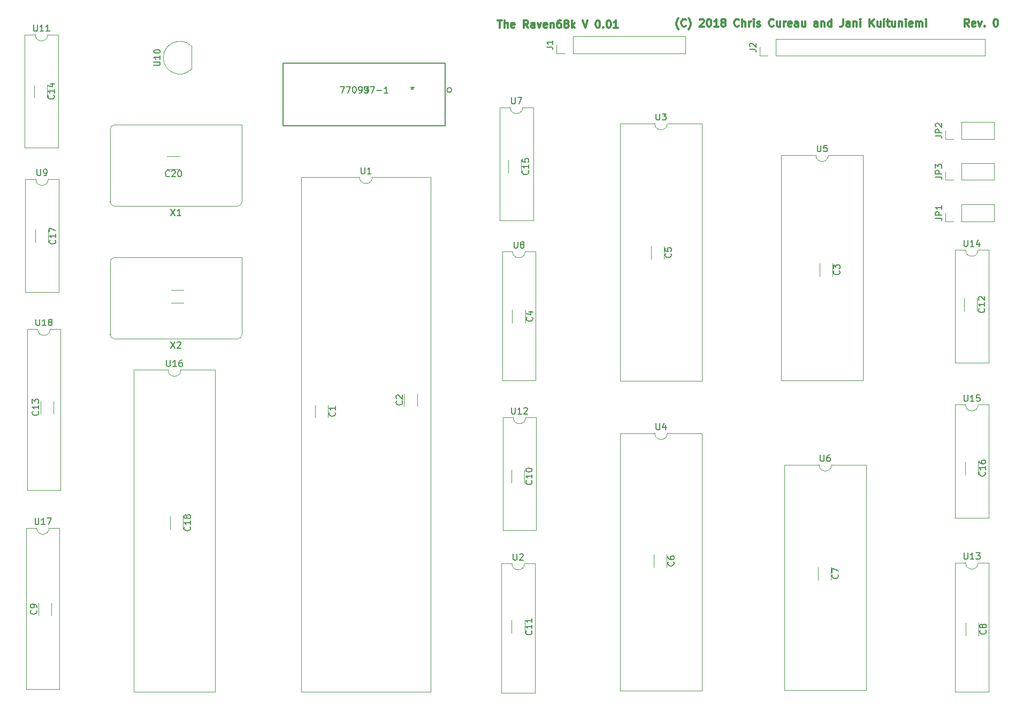
<source format=gbr>
G04 #@! TF.GenerationSoftware,KiCad,Pcbnew,5.0.1-33cea8e~68~ubuntu18.04.1*
G04 #@! TF.CreationDate,2018-11-05T06:29:50-06:00*
G04 #@! TF.ProjectId,raven-prototypes,726176656E2D70726F746F7479706573,rev?*
G04 #@! TF.SameCoordinates,Original*
G04 #@! TF.FileFunction,Legend,Top*
G04 #@! TF.FilePolarity,Positive*
%FSLAX46Y46*%
G04 Gerber Fmt 4.6, Leading zero omitted, Abs format (unit mm)*
G04 Created by KiCad (PCBNEW 5.0.1-33cea8e~68~ubuntu18.04.1) date Mon 05 Nov 2018 06:29:50 AM CST*
%MOMM*%
%LPD*%
G01*
G04 APERTURE LIST*
%ADD10C,0.300000*%
%ADD11C,0.120000*%
%ADD12C,0.152400*%
%ADD13C,0.150000*%
G04 APERTURE END LIST*
D10*
X219370514Y-35335777D02*
X218970514Y-34764348D01*
X218684800Y-35335777D02*
X218684800Y-34135777D01*
X219141942Y-34135777D01*
X219256228Y-34192920D01*
X219313371Y-34250062D01*
X219370514Y-34364348D01*
X219370514Y-34535777D01*
X219313371Y-34650062D01*
X219256228Y-34707205D01*
X219141942Y-34764348D01*
X218684800Y-34764348D01*
X220341942Y-35278634D02*
X220227657Y-35335777D01*
X219999085Y-35335777D01*
X219884800Y-35278634D01*
X219827657Y-35164348D01*
X219827657Y-34707205D01*
X219884800Y-34592920D01*
X219999085Y-34535777D01*
X220227657Y-34535777D01*
X220341942Y-34592920D01*
X220399085Y-34707205D01*
X220399085Y-34821491D01*
X219827657Y-34935777D01*
X220799085Y-34535777D02*
X221084800Y-35335777D01*
X221370514Y-34535777D01*
X221827657Y-35221491D02*
X221884800Y-35278634D01*
X221827657Y-35335777D01*
X221770514Y-35278634D01*
X221827657Y-35221491D01*
X221827657Y-35335777D01*
X223541942Y-34135777D02*
X223656228Y-34135777D01*
X223770514Y-34192920D01*
X223827657Y-34250062D01*
X223884800Y-34364348D01*
X223941942Y-34592920D01*
X223941942Y-34878634D01*
X223884800Y-35107205D01*
X223827657Y-35221491D01*
X223770514Y-35278634D01*
X223656228Y-35335777D01*
X223541942Y-35335777D01*
X223427657Y-35278634D01*
X223370514Y-35221491D01*
X223313371Y-35107205D01*
X223256228Y-34878634D01*
X223256228Y-34592920D01*
X223313371Y-34364348D01*
X223370514Y-34250062D01*
X223427657Y-34192920D01*
X223541942Y-34135777D01*
X173419020Y-35792920D02*
X173361877Y-35735777D01*
X173247591Y-35564348D01*
X173190448Y-35450062D01*
X173133305Y-35278634D01*
X173076162Y-34992920D01*
X173076162Y-34764348D01*
X173133305Y-34478634D01*
X173190448Y-34307205D01*
X173247591Y-34192920D01*
X173361877Y-34021491D01*
X173419020Y-33964348D01*
X174561877Y-35221491D02*
X174504734Y-35278634D01*
X174333305Y-35335777D01*
X174219020Y-35335777D01*
X174047591Y-35278634D01*
X173933305Y-35164348D01*
X173876162Y-35050062D01*
X173819020Y-34821491D01*
X173819020Y-34650062D01*
X173876162Y-34421491D01*
X173933305Y-34307205D01*
X174047591Y-34192920D01*
X174219020Y-34135777D01*
X174333305Y-34135777D01*
X174504734Y-34192920D01*
X174561877Y-34250062D01*
X174961877Y-35792920D02*
X175019020Y-35735777D01*
X175133305Y-35564348D01*
X175190448Y-35450062D01*
X175247591Y-35278634D01*
X175304734Y-34992920D01*
X175304734Y-34764348D01*
X175247591Y-34478634D01*
X175190448Y-34307205D01*
X175133305Y-34192920D01*
X175019020Y-34021491D01*
X174961877Y-33964348D01*
X176733305Y-34250062D02*
X176790448Y-34192920D01*
X176904734Y-34135777D01*
X177190448Y-34135777D01*
X177304734Y-34192920D01*
X177361877Y-34250062D01*
X177419020Y-34364348D01*
X177419020Y-34478634D01*
X177361877Y-34650062D01*
X176676162Y-35335777D01*
X177419020Y-35335777D01*
X178161877Y-34135777D02*
X178276162Y-34135777D01*
X178390448Y-34192920D01*
X178447591Y-34250062D01*
X178504734Y-34364348D01*
X178561877Y-34592920D01*
X178561877Y-34878634D01*
X178504734Y-35107205D01*
X178447591Y-35221491D01*
X178390448Y-35278634D01*
X178276162Y-35335777D01*
X178161877Y-35335777D01*
X178047591Y-35278634D01*
X177990448Y-35221491D01*
X177933305Y-35107205D01*
X177876162Y-34878634D01*
X177876162Y-34592920D01*
X177933305Y-34364348D01*
X177990448Y-34250062D01*
X178047591Y-34192920D01*
X178161877Y-34135777D01*
X179704734Y-35335777D02*
X179019020Y-35335777D01*
X179361877Y-35335777D02*
X179361877Y-34135777D01*
X179247591Y-34307205D01*
X179133305Y-34421491D01*
X179019020Y-34478634D01*
X180390448Y-34650062D02*
X180276162Y-34592920D01*
X180219020Y-34535777D01*
X180161877Y-34421491D01*
X180161877Y-34364348D01*
X180219020Y-34250062D01*
X180276162Y-34192920D01*
X180390448Y-34135777D01*
X180619020Y-34135777D01*
X180733305Y-34192920D01*
X180790448Y-34250062D01*
X180847591Y-34364348D01*
X180847591Y-34421491D01*
X180790448Y-34535777D01*
X180733305Y-34592920D01*
X180619020Y-34650062D01*
X180390448Y-34650062D01*
X180276162Y-34707205D01*
X180219020Y-34764348D01*
X180161877Y-34878634D01*
X180161877Y-35107205D01*
X180219020Y-35221491D01*
X180276162Y-35278634D01*
X180390448Y-35335777D01*
X180619020Y-35335777D01*
X180733305Y-35278634D01*
X180790448Y-35221491D01*
X180847591Y-35107205D01*
X180847591Y-34878634D01*
X180790448Y-34764348D01*
X180733305Y-34707205D01*
X180619020Y-34650062D01*
X182961877Y-35221491D02*
X182904734Y-35278634D01*
X182733305Y-35335777D01*
X182619020Y-35335777D01*
X182447591Y-35278634D01*
X182333305Y-35164348D01*
X182276162Y-35050062D01*
X182219020Y-34821491D01*
X182219020Y-34650062D01*
X182276162Y-34421491D01*
X182333305Y-34307205D01*
X182447591Y-34192920D01*
X182619020Y-34135777D01*
X182733305Y-34135777D01*
X182904734Y-34192920D01*
X182961877Y-34250062D01*
X183476162Y-35335777D02*
X183476162Y-34135777D01*
X183990448Y-35335777D02*
X183990448Y-34707205D01*
X183933305Y-34592920D01*
X183819020Y-34535777D01*
X183647591Y-34535777D01*
X183533305Y-34592920D01*
X183476162Y-34650062D01*
X184561877Y-35335777D02*
X184561877Y-34535777D01*
X184561877Y-34764348D02*
X184619020Y-34650062D01*
X184676162Y-34592920D01*
X184790448Y-34535777D01*
X184904734Y-34535777D01*
X185304734Y-35335777D02*
X185304734Y-34535777D01*
X185304734Y-34135777D02*
X185247591Y-34192920D01*
X185304734Y-34250062D01*
X185361877Y-34192920D01*
X185304734Y-34135777D01*
X185304734Y-34250062D01*
X185819020Y-35278634D02*
X185933305Y-35335777D01*
X186161877Y-35335777D01*
X186276162Y-35278634D01*
X186333305Y-35164348D01*
X186333305Y-35107205D01*
X186276162Y-34992920D01*
X186161877Y-34935777D01*
X185990448Y-34935777D01*
X185876162Y-34878634D01*
X185819020Y-34764348D01*
X185819020Y-34707205D01*
X185876162Y-34592920D01*
X185990448Y-34535777D01*
X186161877Y-34535777D01*
X186276162Y-34592920D01*
X188447591Y-35221491D02*
X188390448Y-35278634D01*
X188219020Y-35335777D01*
X188104734Y-35335777D01*
X187933305Y-35278634D01*
X187819020Y-35164348D01*
X187761877Y-35050062D01*
X187704734Y-34821491D01*
X187704734Y-34650062D01*
X187761877Y-34421491D01*
X187819020Y-34307205D01*
X187933305Y-34192920D01*
X188104734Y-34135777D01*
X188219020Y-34135777D01*
X188390448Y-34192920D01*
X188447591Y-34250062D01*
X189476162Y-34535777D02*
X189476162Y-35335777D01*
X188961877Y-34535777D02*
X188961877Y-35164348D01*
X189019020Y-35278634D01*
X189133305Y-35335777D01*
X189304734Y-35335777D01*
X189419020Y-35278634D01*
X189476162Y-35221491D01*
X190047591Y-35335777D02*
X190047591Y-34535777D01*
X190047591Y-34764348D02*
X190104734Y-34650062D01*
X190161877Y-34592920D01*
X190276162Y-34535777D01*
X190390448Y-34535777D01*
X191247591Y-35278634D02*
X191133305Y-35335777D01*
X190904734Y-35335777D01*
X190790448Y-35278634D01*
X190733305Y-35164348D01*
X190733305Y-34707205D01*
X190790448Y-34592920D01*
X190904734Y-34535777D01*
X191133305Y-34535777D01*
X191247591Y-34592920D01*
X191304734Y-34707205D01*
X191304734Y-34821491D01*
X190733305Y-34935777D01*
X192333305Y-35335777D02*
X192333305Y-34707205D01*
X192276162Y-34592920D01*
X192161877Y-34535777D01*
X191933305Y-34535777D01*
X191819020Y-34592920D01*
X192333305Y-35278634D02*
X192219020Y-35335777D01*
X191933305Y-35335777D01*
X191819020Y-35278634D01*
X191761877Y-35164348D01*
X191761877Y-35050062D01*
X191819020Y-34935777D01*
X191933305Y-34878634D01*
X192219020Y-34878634D01*
X192333305Y-34821491D01*
X193419020Y-34535777D02*
X193419020Y-35335777D01*
X192904734Y-34535777D02*
X192904734Y-35164348D01*
X192961877Y-35278634D01*
X193076162Y-35335777D01*
X193247591Y-35335777D01*
X193361877Y-35278634D01*
X193419020Y-35221491D01*
X195419020Y-35335777D02*
X195419020Y-34707205D01*
X195361877Y-34592920D01*
X195247591Y-34535777D01*
X195019020Y-34535777D01*
X194904734Y-34592920D01*
X195419020Y-35278634D02*
X195304734Y-35335777D01*
X195019020Y-35335777D01*
X194904734Y-35278634D01*
X194847591Y-35164348D01*
X194847591Y-35050062D01*
X194904734Y-34935777D01*
X195019020Y-34878634D01*
X195304734Y-34878634D01*
X195419020Y-34821491D01*
X195990448Y-34535777D02*
X195990448Y-35335777D01*
X195990448Y-34650062D02*
X196047591Y-34592920D01*
X196161877Y-34535777D01*
X196333305Y-34535777D01*
X196447591Y-34592920D01*
X196504734Y-34707205D01*
X196504734Y-35335777D01*
X197590448Y-35335777D02*
X197590448Y-34135777D01*
X197590448Y-35278634D02*
X197476162Y-35335777D01*
X197247591Y-35335777D01*
X197133305Y-35278634D01*
X197076162Y-35221491D01*
X197019020Y-35107205D01*
X197019020Y-34764348D01*
X197076162Y-34650062D01*
X197133305Y-34592920D01*
X197247591Y-34535777D01*
X197476162Y-34535777D01*
X197590448Y-34592920D01*
X199419020Y-34135777D02*
X199419020Y-34992920D01*
X199361877Y-35164348D01*
X199247591Y-35278634D01*
X199076162Y-35335777D01*
X198961877Y-35335777D01*
X200504734Y-35335777D02*
X200504734Y-34707205D01*
X200447591Y-34592920D01*
X200333305Y-34535777D01*
X200104734Y-34535777D01*
X199990448Y-34592920D01*
X200504734Y-35278634D02*
X200390448Y-35335777D01*
X200104734Y-35335777D01*
X199990448Y-35278634D01*
X199933305Y-35164348D01*
X199933305Y-35050062D01*
X199990448Y-34935777D01*
X200104734Y-34878634D01*
X200390448Y-34878634D01*
X200504734Y-34821491D01*
X201076162Y-34535777D02*
X201076162Y-35335777D01*
X201076162Y-34650062D02*
X201133305Y-34592920D01*
X201247591Y-34535777D01*
X201419020Y-34535777D01*
X201533305Y-34592920D01*
X201590448Y-34707205D01*
X201590448Y-35335777D01*
X202161877Y-35335777D02*
X202161877Y-34535777D01*
X202161877Y-34135777D02*
X202104734Y-34192920D01*
X202161877Y-34250062D01*
X202219020Y-34192920D01*
X202161877Y-34135777D01*
X202161877Y-34250062D01*
X203647591Y-35335777D02*
X203647591Y-34135777D01*
X204333305Y-35335777D02*
X203819020Y-34650062D01*
X204333305Y-34135777D02*
X203647591Y-34821491D01*
X205361877Y-34535777D02*
X205361877Y-35335777D01*
X204847591Y-34535777D02*
X204847591Y-35164348D01*
X204904734Y-35278634D01*
X205019020Y-35335777D01*
X205190448Y-35335777D01*
X205304734Y-35278634D01*
X205361877Y-35221491D01*
X205933305Y-35335777D02*
X205933305Y-34535777D01*
X205933305Y-34135777D02*
X205876162Y-34192920D01*
X205933305Y-34250062D01*
X205990448Y-34192920D01*
X205933305Y-34135777D01*
X205933305Y-34250062D01*
X206333305Y-34535777D02*
X206790448Y-34535777D01*
X206504734Y-34135777D02*
X206504734Y-35164348D01*
X206561877Y-35278634D01*
X206676162Y-35335777D01*
X206790448Y-35335777D01*
X207704734Y-34535777D02*
X207704734Y-35335777D01*
X207190448Y-34535777D02*
X207190448Y-35164348D01*
X207247591Y-35278634D01*
X207361877Y-35335777D01*
X207533305Y-35335777D01*
X207647591Y-35278634D01*
X207704734Y-35221491D01*
X208276162Y-34535777D02*
X208276162Y-35335777D01*
X208276162Y-34650062D02*
X208333305Y-34592920D01*
X208447591Y-34535777D01*
X208619020Y-34535777D01*
X208733305Y-34592920D01*
X208790448Y-34707205D01*
X208790448Y-35335777D01*
X209361877Y-35335777D02*
X209361877Y-34535777D01*
X209361877Y-34135777D02*
X209304734Y-34192920D01*
X209361877Y-34250062D01*
X209419020Y-34192920D01*
X209361877Y-34135777D01*
X209361877Y-34250062D01*
X210390448Y-35278634D02*
X210276162Y-35335777D01*
X210047591Y-35335777D01*
X209933305Y-35278634D01*
X209876162Y-35164348D01*
X209876162Y-34707205D01*
X209933305Y-34592920D01*
X210047591Y-34535777D01*
X210276162Y-34535777D01*
X210390448Y-34592920D01*
X210447591Y-34707205D01*
X210447591Y-34821491D01*
X209876162Y-34935777D01*
X210961877Y-35335777D02*
X210961877Y-34535777D01*
X210961877Y-34650062D02*
X211019020Y-34592920D01*
X211133305Y-34535777D01*
X211304734Y-34535777D01*
X211419020Y-34592920D01*
X211476162Y-34707205D01*
X211476162Y-35335777D01*
X211476162Y-34707205D02*
X211533305Y-34592920D01*
X211647591Y-34535777D01*
X211819020Y-34535777D01*
X211933305Y-34592920D01*
X211990448Y-34707205D01*
X211990448Y-35335777D01*
X212561877Y-35335777D02*
X212561877Y-34535777D01*
X212561877Y-34135777D02*
X212504734Y-34192920D01*
X212561877Y-34250062D01*
X212619020Y-34192920D01*
X212561877Y-34135777D01*
X212561877Y-34250062D01*
X144797071Y-34338977D02*
X145482785Y-34338977D01*
X145139928Y-35538977D02*
X145139928Y-34338977D01*
X145882785Y-35538977D02*
X145882785Y-34338977D01*
X146397071Y-35538977D02*
X146397071Y-34910405D01*
X146339928Y-34796120D01*
X146225642Y-34738977D01*
X146054214Y-34738977D01*
X145939928Y-34796120D01*
X145882785Y-34853262D01*
X147425642Y-35481834D02*
X147311357Y-35538977D01*
X147082785Y-35538977D01*
X146968500Y-35481834D01*
X146911357Y-35367548D01*
X146911357Y-34910405D01*
X146968500Y-34796120D01*
X147082785Y-34738977D01*
X147311357Y-34738977D01*
X147425642Y-34796120D01*
X147482785Y-34910405D01*
X147482785Y-35024691D01*
X146911357Y-35138977D01*
X149597071Y-35538977D02*
X149197071Y-34967548D01*
X148911357Y-35538977D02*
X148911357Y-34338977D01*
X149368500Y-34338977D01*
X149482785Y-34396120D01*
X149539928Y-34453262D01*
X149597071Y-34567548D01*
X149597071Y-34738977D01*
X149539928Y-34853262D01*
X149482785Y-34910405D01*
X149368500Y-34967548D01*
X148911357Y-34967548D01*
X150625642Y-35538977D02*
X150625642Y-34910405D01*
X150568500Y-34796120D01*
X150454214Y-34738977D01*
X150225642Y-34738977D01*
X150111357Y-34796120D01*
X150625642Y-35481834D02*
X150511357Y-35538977D01*
X150225642Y-35538977D01*
X150111357Y-35481834D01*
X150054214Y-35367548D01*
X150054214Y-35253262D01*
X150111357Y-35138977D01*
X150225642Y-35081834D01*
X150511357Y-35081834D01*
X150625642Y-35024691D01*
X151082785Y-34738977D02*
X151368500Y-35538977D01*
X151654214Y-34738977D01*
X152568500Y-35481834D02*
X152454214Y-35538977D01*
X152225642Y-35538977D01*
X152111357Y-35481834D01*
X152054214Y-35367548D01*
X152054214Y-34910405D01*
X152111357Y-34796120D01*
X152225642Y-34738977D01*
X152454214Y-34738977D01*
X152568500Y-34796120D01*
X152625642Y-34910405D01*
X152625642Y-35024691D01*
X152054214Y-35138977D01*
X153139928Y-34738977D02*
X153139928Y-35538977D01*
X153139928Y-34853262D02*
X153197071Y-34796120D01*
X153311357Y-34738977D01*
X153482785Y-34738977D01*
X153597071Y-34796120D01*
X153654214Y-34910405D01*
X153654214Y-35538977D01*
X154739928Y-34338977D02*
X154511357Y-34338977D01*
X154397071Y-34396120D01*
X154339928Y-34453262D01*
X154225642Y-34624691D01*
X154168500Y-34853262D01*
X154168500Y-35310405D01*
X154225642Y-35424691D01*
X154282785Y-35481834D01*
X154397071Y-35538977D01*
X154625642Y-35538977D01*
X154739928Y-35481834D01*
X154797071Y-35424691D01*
X154854214Y-35310405D01*
X154854214Y-35024691D01*
X154797071Y-34910405D01*
X154739928Y-34853262D01*
X154625642Y-34796120D01*
X154397071Y-34796120D01*
X154282785Y-34853262D01*
X154225642Y-34910405D01*
X154168500Y-35024691D01*
X155539928Y-34853262D02*
X155425642Y-34796120D01*
X155368500Y-34738977D01*
X155311357Y-34624691D01*
X155311357Y-34567548D01*
X155368500Y-34453262D01*
X155425642Y-34396120D01*
X155539928Y-34338977D01*
X155768500Y-34338977D01*
X155882785Y-34396120D01*
X155939928Y-34453262D01*
X155997071Y-34567548D01*
X155997071Y-34624691D01*
X155939928Y-34738977D01*
X155882785Y-34796120D01*
X155768500Y-34853262D01*
X155539928Y-34853262D01*
X155425642Y-34910405D01*
X155368500Y-34967548D01*
X155311357Y-35081834D01*
X155311357Y-35310405D01*
X155368500Y-35424691D01*
X155425642Y-35481834D01*
X155539928Y-35538977D01*
X155768500Y-35538977D01*
X155882785Y-35481834D01*
X155939928Y-35424691D01*
X155997071Y-35310405D01*
X155997071Y-35081834D01*
X155939928Y-34967548D01*
X155882785Y-34910405D01*
X155768500Y-34853262D01*
X156511357Y-35538977D02*
X156511357Y-34338977D01*
X156625642Y-35081834D02*
X156968500Y-35538977D01*
X156968500Y-34738977D02*
X156511357Y-35196120D01*
X158225642Y-34338977D02*
X158625642Y-35538977D01*
X159025642Y-34338977D01*
X160568500Y-34338977D02*
X160682785Y-34338977D01*
X160797071Y-34396120D01*
X160854214Y-34453262D01*
X160911357Y-34567548D01*
X160968500Y-34796120D01*
X160968500Y-35081834D01*
X160911357Y-35310405D01*
X160854214Y-35424691D01*
X160797071Y-35481834D01*
X160682785Y-35538977D01*
X160568500Y-35538977D01*
X160454214Y-35481834D01*
X160397071Y-35424691D01*
X160339928Y-35310405D01*
X160282785Y-35081834D01*
X160282785Y-34796120D01*
X160339928Y-34567548D01*
X160397071Y-34453262D01*
X160454214Y-34396120D01*
X160568500Y-34338977D01*
X161482785Y-35424691D02*
X161539928Y-35481834D01*
X161482785Y-35538977D01*
X161425642Y-35481834D01*
X161482785Y-35424691D01*
X161482785Y-35538977D01*
X162282785Y-34338977D02*
X162397071Y-34338977D01*
X162511357Y-34396120D01*
X162568500Y-34453262D01*
X162625642Y-34567548D01*
X162682785Y-34796120D01*
X162682785Y-35081834D01*
X162625642Y-35310405D01*
X162568500Y-35424691D01*
X162511357Y-35481834D01*
X162397071Y-35538977D01*
X162282785Y-35538977D01*
X162168500Y-35481834D01*
X162111357Y-35424691D01*
X162054214Y-35310405D01*
X161997071Y-35081834D01*
X161997071Y-34796120D01*
X162054214Y-34567548D01*
X162111357Y-34453262D01*
X162168500Y-34396120D01*
X162282785Y-34338977D01*
X163825642Y-35538977D02*
X163139928Y-35538977D01*
X163482785Y-35538977D02*
X163482785Y-34338977D01*
X163368500Y-34510405D01*
X163254214Y-34624691D01*
X163139928Y-34681834D01*
D11*
G04 #@! TO.C,U3*
X171620000Y-50670000D02*
G75*
G02X169620000Y-50670000I-1000000J0D01*
G01*
X169620000Y-50670000D02*
X164160000Y-50670000D01*
X164160000Y-50670000D02*
X164160000Y-91430000D01*
X164160000Y-91430000D02*
X177080000Y-91430000D01*
X177080000Y-91430000D02*
X177080000Y-50670000D01*
X177080000Y-50670000D02*
X171620000Y-50670000D01*
G04 #@! TO.C,C11*
X149041000Y-131294000D02*
X149041000Y-129294000D01*
X147001000Y-129294000D02*
X147001000Y-131294000D01*
G04 #@! TO.C,U2*
X149018000Y-120303000D02*
G75*
G02X147018000Y-120303000I-1000000J0D01*
G01*
X147018000Y-120303000D02*
X145368000Y-120303000D01*
X145368000Y-120303000D02*
X145368000Y-140743000D01*
X145368000Y-140743000D02*
X150668000Y-140743000D01*
X150668000Y-140743000D02*
X150668000Y-120303000D01*
X150668000Y-120303000D02*
X149018000Y-120303000D01*
G04 #@! TO.C,C2*
X129983000Y-93414300D02*
X129983000Y-95414300D01*
X132023000Y-95414300D02*
X132023000Y-93414300D01*
G04 #@! TO.C,C1*
X117911000Y-97205000D02*
X117911000Y-95205000D01*
X115871000Y-95205000D02*
X115871000Y-97205000D01*
G04 #@! TO.C,C3*
X197733000Y-74812400D02*
X197733000Y-72812400D01*
X195693000Y-72812400D02*
X195693000Y-74812400D01*
G04 #@! TO.C,C4*
X149130000Y-82153000D02*
X149130000Y-80153000D01*
X147090000Y-80153000D02*
X147090000Y-82153000D01*
G04 #@! TO.C,C5*
X171083000Y-72099700D02*
X171083000Y-70099700D01*
X169043000Y-70099700D02*
X169043000Y-72099700D01*
G04 #@! TO.C,C6*
X171510000Y-120880000D02*
X171510000Y-118880000D01*
X169470000Y-118880000D02*
X169470000Y-120880000D01*
G04 #@! TO.C,C7*
X197494000Y-122879000D02*
X197494000Y-120879000D01*
X195454000Y-120879000D02*
X195454000Y-122879000D01*
G04 #@! TO.C,C8*
X220890000Y-131695000D02*
X220890000Y-129695000D01*
X218850000Y-129695000D02*
X218850000Y-131695000D01*
G04 #@! TO.C,C9*
X72119300Y-126526000D02*
X72119300Y-128526000D01*
X74159300Y-128526000D02*
X74159300Y-126526000D01*
G04 #@! TO.C,C10*
X149031000Y-107495000D02*
X149031000Y-105495000D01*
X146991000Y-105495000D02*
X146991000Y-107495000D01*
G04 #@! TO.C,C12*
X220661000Y-80298800D02*
X220661000Y-78298800D01*
X218621000Y-78298800D02*
X218621000Y-80298800D01*
G04 #@! TO.C,C13*
X72421600Y-94585300D02*
X72421600Y-96585300D01*
X74461600Y-96585300D02*
X74461600Y-94585300D01*
G04 #@! TO.C,C14*
X73443300Y-46559400D02*
X73443300Y-44559400D01*
X71403300Y-44559400D02*
X71403300Y-46559400D01*
G04 #@! TO.C,C15*
X148501000Y-58474800D02*
X148501000Y-56474800D01*
X146461000Y-56474800D02*
X146461000Y-58474800D01*
G04 #@! TO.C,C16*
X220773000Y-106184000D02*
X220773000Y-104184000D01*
X218733000Y-104184000D02*
X218733000Y-106184000D01*
G04 #@! TO.C,C17*
X73664000Y-69465700D02*
X73664000Y-67465700D01*
X71624000Y-67465700D02*
X71624000Y-69465700D01*
G04 #@! TO.C,C18*
X94989800Y-114840000D02*
X94989800Y-112840000D01*
X92949800Y-112840000D02*
X92949800Y-114840000D01*
G04 #@! TO.C,C19*
X93076500Y-79046300D02*
X95076500Y-79046300D01*
X95076500Y-77006300D02*
X93076500Y-77006300D01*
G04 #@! TO.C,C20*
X92469500Y-57903300D02*
X94469500Y-57903300D01*
X94469500Y-55863300D02*
X92469500Y-55863300D01*
G04 #@! TO.C,U11*
X73589200Y-36600300D02*
G75*
G02X71589200Y-36600300I-1000000J0D01*
G01*
X71589200Y-36600300D02*
X69939200Y-36600300D01*
X69939200Y-36600300D02*
X69939200Y-54500300D01*
X69939200Y-54500300D02*
X75239200Y-54500300D01*
X75239200Y-54500300D02*
X75239200Y-36600300D01*
X75239200Y-36600300D02*
X73589200Y-36600300D01*
G04 #@! TO.C,U10*
X96317700Y-42048800D02*
X96317700Y-38448800D01*
X96306178Y-42087278D02*
G75*
G02X91867700Y-40248800I-1838478J1838478D01*
G01*
X96306178Y-38410322D02*
G75*
G03X91867700Y-40248800I-1838478J-1838478D01*
G01*
G04 #@! TO.C,J1*
X174507000Y-39559500D02*
X174507000Y-36899500D01*
X156667000Y-39559500D02*
X174507000Y-39559500D01*
X156667000Y-36899500D02*
X174507000Y-36899500D01*
X156667000Y-39559500D02*
X156667000Y-36899500D01*
X155397000Y-39559500D02*
X154067000Y-39559500D01*
X154067000Y-39559500D02*
X154067000Y-38229500D01*
G04 #@! TO.C,J2*
X221896000Y-39945600D02*
X221896000Y-37285600D01*
X188816000Y-39945600D02*
X221896000Y-39945600D01*
X188816000Y-37285600D02*
X221896000Y-37285600D01*
X188816000Y-39945600D02*
X188816000Y-37285600D01*
X187546000Y-39945600D02*
X186216000Y-39945600D01*
X186216000Y-39945600D02*
X186216000Y-38615600D01*
D12*
G04 #@! TO.C,J3*
X137503000Y-45366900D02*
G75*
G03X137503000Y-45366900I-381000J0D01*
G01*
X110833000Y-41112400D02*
X110833000Y-51018400D01*
X136487000Y-41112400D02*
X110833000Y-41112400D01*
X136487000Y-51018400D02*
X136487000Y-41112400D01*
X110833000Y-51018400D02*
X136487000Y-51018400D01*
D11*
G04 #@! TO.C,JP1*
X215608000Y-66147700D02*
X215608000Y-64817700D01*
X216938000Y-66147700D02*
X215608000Y-66147700D01*
X218208000Y-66147700D02*
X218208000Y-63487700D01*
X218208000Y-63487700D02*
X223348000Y-63487700D01*
X218208000Y-66147700D02*
X223348000Y-66147700D01*
X223348000Y-66147700D02*
X223348000Y-63487700D01*
G04 #@! TO.C,JP2*
X215608000Y-53114400D02*
X215608000Y-51784400D01*
X216938000Y-53114400D02*
X215608000Y-53114400D01*
X218208000Y-53114400D02*
X218208000Y-50454400D01*
X218208000Y-50454400D02*
X223348000Y-50454400D01*
X218208000Y-53114400D02*
X223348000Y-53114400D01*
X223348000Y-53114400D02*
X223348000Y-50454400D01*
G04 #@! TO.C,JP3*
X223348000Y-59614400D02*
X223348000Y-56954400D01*
X218208000Y-59614400D02*
X223348000Y-59614400D01*
X218208000Y-56954400D02*
X223348000Y-56954400D01*
X218208000Y-59614400D02*
X218208000Y-56954400D01*
X216938000Y-59614400D02*
X215608000Y-59614400D01*
X215608000Y-59614400D02*
X215608000Y-58284400D01*
G04 #@! TO.C,U1*
X124930000Y-59170000D02*
G75*
G02X122930000Y-59170000I-1000000J0D01*
G01*
X122930000Y-59170000D02*
X113660000Y-59170000D01*
X113660000Y-59170000D02*
X113660000Y-140570000D01*
X113660000Y-140570000D02*
X134200000Y-140570000D01*
X134200000Y-140570000D02*
X134200000Y-59170000D01*
X134200000Y-59170000D02*
X124930000Y-59170000D01*
G04 #@! TO.C,U4*
X177080000Y-99670000D02*
X171620000Y-99670000D01*
X177080000Y-140430000D02*
X177080000Y-99670000D01*
X164160000Y-140430000D02*
X177080000Y-140430000D01*
X164160000Y-99670000D02*
X164160000Y-140430000D01*
X169620000Y-99670000D02*
X164160000Y-99670000D01*
X171620000Y-99670000D02*
G75*
G02X169620000Y-99670000I-1000000J0D01*
G01*
G04 #@! TO.C,U5*
X197120000Y-55670000D02*
G75*
G02X195120000Y-55670000I-1000000J0D01*
G01*
X195120000Y-55670000D02*
X189660000Y-55670000D01*
X189660000Y-55670000D02*
X189660000Y-91350000D01*
X189660000Y-91350000D02*
X202580000Y-91350000D01*
X202580000Y-91350000D02*
X202580000Y-55670000D01*
X202580000Y-55670000D02*
X197120000Y-55670000D01*
G04 #@! TO.C,U6*
X203080000Y-104670000D02*
X197620000Y-104670000D01*
X203080000Y-140350000D02*
X203080000Y-104670000D01*
X190160000Y-140350000D02*
X203080000Y-140350000D01*
X190160000Y-104670000D02*
X190160000Y-140350000D01*
X195620000Y-104670000D02*
X190160000Y-104670000D01*
X197620000Y-104670000D02*
G75*
G02X195620000Y-104670000I-1000000J0D01*
G01*
G04 #@! TO.C,U7*
X148748000Y-48104600D02*
G75*
G02X146748000Y-48104600I-1000000J0D01*
G01*
X146748000Y-48104600D02*
X145098000Y-48104600D01*
X145098000Y-48104600D02*
X145098000Y-66004600D01*
X145098000Y-66004600D02*
X150398000Y-66004600D01*
X150398000Y-66004600D02*
X150398000Y-48104600D01*
X150398000Y-48104600D02*
X148748000Y-48104600D01*
G04 #@! TO.C,U8*
X150784000Y-70921400D02*
X149134000Y-70921400D01*
X150784000Y-91361400D02*
X150784000Y-70921400D01*
X145484000Y-91361400D02*
X150784000Y-91361400D01*
X145484000Y-70921400D02*
X145484000Y-91361400D01*
X147134000Y-70921400D02*
X145484000Y-70921400D01*
X149134000Y-70921400D02*
G75*
G02X147134000Y-70921400I-1000000J0D01*
G01*
G04 #@! TO.C,U9*
X75317800Y-59455100D02*
X73667800Y-59455100D01*
X75317800Y-77355100D02*
X75317800Y-59455100D01*
X70017800Y-77355100D02*
X75317800Y-77355100D01*
X70017800Y-59455100D02*
X70017800Y-77355100D01*
X71667800Y-59455100D02*
X70017800Y-59455100D01*
X73667800Y-59455100D02*
G75*
G02X71667800Y-59455100I-1000000J0D01*
G01*
G04 #@! TO.C,U12*
X150873000Y-97172600D02*
X149223000Y-97172600D01*
X150873000Y-115072600D02*
X150873000Y-97172600D01*
X145573000Y-115072600D02*
X150873000Y-115072600D01*
X145573000Y-97172600D02*
X145573000Y-115072600D01*
X147223000Y-97172600D02*
X145573000Y-97172600D01*
X149223000Y-97172600D02*
G75*
G02X147223000Y-97172600I-1000000J0D01*
G01*
G04 #@! TO.C,U13*
X220810000Y-120170000D02*
G75*
G02X218810000Y-120170000I-1000000J0D01*
G01*
X218810000Y-120170000D02*
X217160000Y-120170000D01*
X217160000Y-120170000D02*
X217160000Y-140610000D01*
X217160000Y-140610000D02*
X222460000Y-140610000D01*
X222460000Y-140610000D02*
X222460000Y-120170000D01*
X222460000Y-120170000D02*
X220810000Y-120170000D01*
G04 #@! TO.C,U14*
X222460000Y-70670000D02*
X220810000Y-70670000D01*
X222460000Y-88570000D02*
X222460000Y-70670000D01*
X217160000Y-88570000D02*
X222460000Y-88570000D01*
X217160000Y-70670000D02*
X217160000Y-88570000D01*
X218810000Y-70670000D02*
X217160000Y-70670000D01*
X220810000Y-70670000D02*
G75*
G02X218810000Y-70670000I-1000000J0D01*
G01*
G04 #@! TO.C,U15*
X220810000Y-95170000D02*
G75*
G02X218810000Y-95170000I-1000000J0D01*
G01*
X218810000Y-95170000D02*
X217160000Y-95170000D01*
X217160000Y-95170000D02*
X217160000Y-113070000D01*
X217160000Y-113070000D02*
X222460000Y-113070000D01*
X222460000Y-113070000D02*
X222460000Y-95170000D01*
X222460000Y-95170000D02*
X220810000Y-95170000D01*
G04 #@! TO.C,U16*
X94620000Y-89670000D02*
G75*
G02X92620000Y-89670000I-1000000J0D01*
G01*
X92620000Y-89670000D02*
X87160000Y-89670000D01*
X87160000Y-89670000D02*
X87160000Y-140590000D01*
X87160000Y-140590000D02*
X100080000Y-140590000D01*
X100080000Y-140590000D02*
X100080000Y-89670000D01*
X100080000Y-89670000D02*
X94620000Y-89670000D01*
G04 #@! TO.C,U17*
X73810000Y-114670000D02*
G75*
G02X71810000Y-114670000I-1000000J0D01*
G01*
X71810000Y-114670000D02*
X70160000Y-114670000D01*
X70160000Y-114670000D02*
X70160000Y-140190000D01*
X70160000Y-140190000D02*
X75460000Y-140190000D01*
X75460000Y-140190000D02*
X75460000Y-114670000D01*
X75460000Y-114670000D02*
X73810000Y-114670000D01*
G04 #@! TO.C,U18*
X75625100Y-83183200D02*
X73975100Y-83183200D01*
X75625100Y-108703200D02*
X75625100Y-83183200D01*
X70325100Y-108703200D02*
X75625100Y-108703200D01*
X70325100Y-83183200D02*
X70325100Y-108703200D01*
X71975100Y-83183200D02*
X70325100Y-83183200D01*
X73975100Y-83183200D02*
G75*
G02X71975100Y-83183200I-1000000J0D01*
G01*
G04 #@! TO.C,X1*
X103580000Y-63760000D02*
G75*
G03X104330000Y-63010000I0J750000D01*
G01*
X83430000Y-63010000D02*
G75*
G03X84180000Y-63760000I750000J0D01*
G01*
X84180000Y-50860000D02*
G75*
G03X83430000Y-51610000I0J-750000D01*
G01*
X104330000Y-50860000D02*
X84180000Y-50860000D01*
X83430000Y-51610000D02*
X83430000Y-63010000D01*
X84180000Y-63760000D02*
X103580000Y-63760000D01*
X104330000Y-63010000D02*
X104330000Y-50860000D01*
G04 #@! TO.C,X2*
X104330000Y-84010000D02*
X104330000Y-71860000D01*
X84180000Y-84760000D02*
X103580000Y-84760000D01*
X83430000Y-72610000D02*
X83430000Y-84010000D01*
X104330000Y-71860000D02*
X84180000Y-71860000D01*
X84180000Y-71860000D02*
G75*
G03X83430000Y-72610000I0J-750000D01*
G01*
X83430000Y-84010000D02*
G75*
G03X84180000Y-84760000I750000J0D01*
G01*
X103580000Y-84760000D02*
G75*
G03X104330000Y-84010000I0J750000D01*
G01*
G04 #@! TO.C,U3*
D13*
X169858095Y-49122380D02*
X169858095Y-49931904D01*
X169905714Y-50027142D01*
X169953333Y-50074761D01*
X170048571Y-50122380D01*
X170239047Y-50122380D01*
X170334285Y-50074761D01*
X170381904Y-50027142D01*
X170429523Y-49931904D01*
X170429523Y-49122380D01*
X170810476Y-49122380D02*
X171429523Y-49122380D01*
X171096190Y-49503333D01*
X171239047Y-49503333D01*
X171334285Y-49550952D01*
X171381904Y-49598571D01*
X171429523Y-49693809D01*
X171429523Y-49931904D01*
X171381904Y-50027142D01*
X171334285Y-50074761D01*
X171239047Y-50122380D01*
X170953333Y-50122380D01*
X170858095Y-50074761D01*
X170810476Y-50027142D01*
G04 #@! TO.C,C11*
X150128142Y-130936857D02*
X150175761Y-130984476D01*
X150223380Y-131127333D01*
X150223380Y-131222571D01*
X150175761Y-131365428D01*
X150080523Y-131460666D01*
X149985285Y-131508285D01*
X149794809Y-131555904D01*
X149651952Y-131555904D01*
X149461476Y-131508285D01*
X149366238Y-131460666D01*
X149271000Y-131365428D01*
X149223380Y-131222571D01*
X149223380Y-131127333D01*
X149271000Y-130984476D01*
X149318619Y-130936857D01*
X150223380Y-129984476D02*
X150223380Y-130555904D01*
X150223380Y-130270190D02*
X149223380Y-130270190D01*
X149366238Y-130365428D01*
X149461476Y-130460666D01*
X149509095Y-130555904D01*
X150223380Y-129032095D02*
X150223380Y-129603523D01*
X150223380Y-129317809D02*
X149223380Y-129317809D01*
X149366238Y-129413047D01*
X149461476Y-129508285D01*
X149509095Y-129603523D01*
G04 #@! TO.C,U2*
X147256095Y-118755380D02*
X147256095Y-119564904D01*
X147303714Y-119660142D01*
X147351333Y-119707761D01*
X147446571Y-119755380D01*
X147637047Y-119755380D01*
X147732285Y-119707761D01*
X147779904Y-119660142D01*
X147827523Y-119564904D01*
X147827523Y-118755380D01*
X148256095Y-118850619D02*
X148303714Y-118803000D01*
X148398952Y-118755380D01*
X148637047Y-118755380D01*
X148732285Y-118803000D01*
X148779904Y-118850619D01*
X148827523Y-118945857D01*
X148827523Y-119041095D01*
X148779904Y-119183952D01*
X148208476Y-119755380D01*
X148827523Y-119755380D01*
G04 #@! TO.C,C2*
X129610142Y-94580966D02*
X129657761Y-94628585D01*
X129705380Y-94771442D01*
X129705380Y-94866680D01*
X129657761Y-95009538D01*
X129562523Y-95104776D01*
X129467285Y-95152395D01*
X129276809Y-95200014D01*
X129133952Y-95200014D01*
X128943476Y-95152395D01*
X128848238Y-95104776D01*
X128753000Y-95009538D01*
X128705380Y-94866680D01*
X128705380Y-94771442D01*
X128753000Y-94628585D01*
X128800619Y-94580966D01*
X128800619Y-94200014D02*
X128753000Y-94152395D01*
X128705380Y-94057157D01*
X128705380Y-93819061D01*
X128753000Y-93723823D01*
X128800619Y-93676204D01*
X128895857Y-93628585D01*
X128991095Y-93628585D01*
X129133952Y-93676204D01*
X129705380Y-94247633D01*
X129705380Y-93628585D01*
G04 #@! TO.C,C1*
X118998142Y-96371666D02*
X119045761Y-96419285D01*
X119093380Y-96562142D01*
X119093380Y-96657380D01*
X119045761Y-96800238D01*
X118950523Y-96895476D01*
X118855285Y-96943095D01*
X118664809Y-96990714D01*
X118521952Y-96990714D01*
X118331476Y-96943095D01*
X118236238Y-96895476D01*
X118141000Y-96800238D01*
X118093380Y-96657380D01*
X118093380Y-96562142D01*
X118141000Y-96419285D01*
X118188619Y-96371666D01*
X119093380Y-95419285D02*
X119093380Y-95990714D01*
X119093380Y-95705000D02*
X118093380Y-95705000D01*
X118236238Y-95800238D01*
X118331476Y-95895476D01*
X118379095Y-95990714D01*
G04 #@! TO.C,C3*
X198820142Y-73979066D02*
X198867761Y-74026685D01*
X198915380Y-74169542D01*
X198915380Y-74264780D01*
X198867761Y-74407638D01*
X198772523Y-74502876D01*
X198677285Y-74550495D01*
X198486809Y-74598114D01*
X198343952Y-74598114D01*
X198153476Y-74550495D01*
X198058238Y-74502876D01*
X197963000Y-74407638D01*
X197915380Y-74264780D01*
X197915380Y-74169542D01*
X197963000Y-74026685D01*
X198010619Y-73979066D01*
X197915380Y-73645733D02*
X197915380Y-73026685D01*
X198296333Y-73360019D01*
X198296333Y-73217161D01*
X198343952Y-73121923D01*
X198391571Y-73074304D01*
X198486809Y-73026685D01*
X198724904Y-73026685D01*
X198820142Y-73074304D01*
X198867761Y-73121923D01*
X198915380Y-73217161D01*
X198915380Y-73502876D01*
X198867761Y-73598114D01*
X198820142Y-73645733D01*
G04 #@! TO.C,C4*
X150217142Y-81319666D02*
X150264761Y-81367285D01*
X150312380Y-81510142D01*
X150312380Y-81605380D01*
X150264761Y-81748238D01*
X150169523Y-81843476D01*
X150074285Y-81891095D01*
X149883809Y-81938714D01*
X149740952Y-81938714D01*
X149550476Y-81891095D01*
X149455238Y-81843476D01*
X149360000Y-81748238D01*
X149312380Y-81605380D01*
X149312380Y-81510142D01*
X149360000Y-81367285D01*
X149407619Y-81319666D01*
X149645714Y-80462523D02*
X150312380Y-80462523D01*
X149264761Y-80700619D02*
X149979047Y-80938714D01*
X149979047Y-80319666D01*
G04 #@! TO.C,C5*
X172170142Y-71266366D02*
X172217761Y-71313985D01*
X172265380Y-71456842D01*
X172265380Y-71552080D01*
X172217761Y-71694938D01*
X172122523Y-71790176D01*
X172027285Y-71837795D01*
X171836809Y-71885414D01*
X171693952Y-71885414D01*
X171503476Y-71837795D01*
X171408238Y-71790176D01*
X171313000Y-71694938D01*
X171265380Y-71552080D01*
X171265380Y-71456842D01*
X171313000Y-71313985D01*
X171360619Y-71266366D01*
X171265380Y-70361604D02*
X171265380Y-70837795D01*
X171741571Y-70885414D01*
X171693952Y-70837795D01*
X171646333Y-70742557D01*
X171646333Y-70504461D01*
X171693952Y-70409223D01*
X171741571Y-70361604D01*
X171836809Y-70313985D01*
X172074904Y-70313985D01*
X172170142Y-70361604D01*
X172217761Y-70409223D01*
X172265380Y-70504461D01*
X172265380Y-70742557D01*
X172217761Y-70837795D01*
X172170142Y-70885414D01*
G04 #@! TO.C,C6*
X172597142Y-120046666D02*
X172644761Y-120094285D01*
X172692380Y-120237142D01*
X172692380Y-120332380D01*
X172644761Y-120475238D01*
X172549523Y-120570476D01*
X172454285Y-120618095D01*
X172263809Y-120665714D01*
X172120952Y-120665714D01*
X171930476Y-120618095D01*
X171835238Y-120570476D01*
X171740000Y-120475238D01*
X171692380Y-120332380D01*
X171692380Y-120237142D01*
X171740000Y-120094285D01*
X171787619Y-120046666D01*
X171692380Y-119189523D02*
X171692380Y-119380000D01*
X171740000Y-119475238D01*
X171787619Y-119522857D01*
X171930476Y-119618095D01*
X172120952Y-119665714D01*
X172501904Y-119665714D01*
X172597142Y-119618095D01*
X172644761Y-119570476D01*
X172692380Y-119475238D01*
X172692380Y-119284761D01*
X172644761Y-119189523D01*
X172597142Y-119141904D01*
X172501904Y-119094285D01*
X172263809Y-119094285D01*
X172168571Y-119141904D01*
X172120952Y-119189523D01*
X172073333Y-119284761D01*
X172073333Y-119475238D01*
X172120952Y-119570476D01*
X172168571Y-119618095D01*
X172263809Y-119665714D01*
G04 #@! TO.C,C7*
X198581142Y-122045666D02*
X198628761Y-122093285D01*
X198676380Y-122236142D01*
X198676380Y-122331380D01*
X198628761Y-122474238D01*
X198533523Y-122569476D01*
X198438285Y-122617095D01*
X198247809Y-122664714D01*
X198104952Y-122664714D01*
X197914476Y-122617095D01*
X197819238Y-122569476D01*
X197724000Y-122474238D01*
X197676380Y-122331380D01*
X197676380Y-122236142D01*
X197724000Y-122093285D01*
X197771619Y-122045666D01*
X197676380Y-121712333D02*
X197676380Y-121045666D01*
X198676380Y-121474238D01*
G04 #@! TO.C,C8*
X221977142Y-130861666D02*
X222024761Y-130909285D01*
X222072380Y-131052142D01*
X222072380Y-131147380D01*
X222024761Y-131290238D01*
X221929523Y-131385476D01*
X221834285Y-131433095D01*
X221643809Y-131480714D01*
X221500952Y-131480714D01*
X221310476Y-131433095D01*
X221215238Y-131385476D01*
X221120000Y-131290238D01*
X221072380Y-131147380D01*
X221072380Y-131052142D01*
X221120000Y-130909285D01*
X221167619Y-130861666D01*
X221500952Y-130290238D02*
X221453333Y-130385476D01*
X221405714Y-130433095D01*
X221310476Y-130480714D01*
X221262857Y-130480714D01*
X221167619Y-130433095D01*
X221120000Y-130385476D01*
X221072380Y-130290238D01*
X221072380Y-130099761D01*
X221120000Y-130004523D01*
X221167619Y-129956904D01*
X221262857Y-129909285D01*
X221310476Y-129909285D01*
X221405714Y-129956904D01*
X221453333Y-130004523D01*
X221500952Y-130099761D01*
X221500952Y-130290238D01*
X221548571Y-130385476D01*
X221596190Y-130433095D01*
X221691428Y-130480714D01*
X221881904Y-130480714D01*
X221977142Y-130433095D01*
X222024761Y-130385476D01*
X222072380Y-130290238D01*
X222072380Y-130099761D01*
X222024761Y-130004523D01*
X221977142Y-129956904D01*
X221881904Y-129909285D01*
X221691428Y-129909285D01*
X221596190Y-129956904D01*
X221548571Y-130004523D01*
X221500952Y-130099761D01*
G04 #@! TO.C,C9*
X71746442Y-127692666D02*
X71794061Y-127740285D01*
X71841680Y-127883142D01*
X71841680Y-127978380D01*
X71794061Y-128121238D01*
X71698823Y-128216476D01*
X71603585Y-128264095D01*
X71413109Y-128311714D01*
X71270252Y-128311714D01*
X71079776Y-128264095D01*
X70984538Y-128216476D01*
X70889300Y-128121238D01*
X70841680Y-127978380D01*
X70841680Y-127883142D01*
X70889300Y-127740285D01*
X70936919Y-127692666D01*
X71841680Y-127216476D02*
X71841680Y-127026000D01*
X71794061Y-126930761D01*
X71746442Y-126883142D01*
X71603585Y-126787904D01*
X71413109Y-126740285D01*
X71032157Y-126740285D01*
X70936919Y-126787904D01*
X70889300Y-126835523D01*
X70841680Y-126930761D01*
X70841680Y-127121238D01*
X70889300Y-127216476D01*
X70936919Y-127264095D01*
X71032157Y-127311714D01*
X71270252Y-127311714D01*
X71365490Y-127264095D01*
X71413109Y-127216476D01*
X71460728Y-127121238D01*
X71460728Y-126930761D01*
X71413109Y-126835523D01*
X71365490Y-126787904D01*
X71270252Y-126740285D01*
G04 #@! TO.C,C10*
X150118142Y-107137857D02*
X150165761Y-107185476D01*
X150213380Y-107328333D01*
X150213380Y-107423571D01*
X150165761Y-107566428D01*
X150070523Y-107661666D01*
X149975285Y-107709285D01*
X149784809Y-107756904D01*
X149641952Y-107756904D01*
X149451476Y-107709285D01*
X149356238Y-107661666D01*
X149261000Y-107566428D01*
X149213380Y-107423571D01*
X149213380Y-107328333D01*
X149261000Y-107185476D01*
X149308619Y-107137857D01*
X150213380Y-106185476D02*
X150213380Y-106756904D01*
X150213380Y-106471190D02*
X149213380Y-106471190D01*
X149356238Y-106566428D01*
X149451476Y-106661666D01*
X149499095Y-106756904D01*
X149213380Y-105566428D02*
X149213380Y-105471190D01*
X149261000Y-105375952D01*
X149308619Y-105328333D01*
X149403857Y-105280714D01*
X149594333Y-105233095D01*
X149832428Y-105233095D01*
X150022904Y-105280714D01*
X150118142Y-105328333D01*
X150165761Y-105375952D01*
X150213380Y-105471190D01*
X150213380Y-105566428D01*
X150165761Y-105661666D01*
X150118142Y-105709285D01*
X150022904Y-105756904D01*
X149832428Y-105804523D01*
X149594333Y-105804523D01*
X149403857Y-105756904D01*
X149308619Y-105709285D01*
X149261000Y-105661666D01*
X149213380Y-105566428D01*
G04 #@! TO.C,C12*
X221748142Y-79941657D02*
X221795761Y-79989276D01*
X221843380Y-80132133D01*
X221843380Y-80227371D01*
X221795761Y-80370228D01*
X221700523Y-80465466D01*
X221605285Y-80513085D01*
X221414809Y-80560704D01*
X221271952Y-80560704D01*
X221081476Y-80513085D01*
X220986238Y-80465466D01*
X220891000Y-80370228D01*
X220843380Y-80227371D01*
X220843380Y-80132133D01*
X220891000Y-79989276D01*
X220938619Y-79941657D01*
X221843380Y-78989276D02*
X221843380Y-79560704D01*
X221843380Y-79274990D02*
X220843380Y-79274990D01*
X220986238Y-79370228D01*
X221081476Y-79465466D01*
X221129095Y-79560704D01*
X220938619Y-78608323D02*
X220891000Y-78560704D01*
X220843380Y-78465466D01*
X220843380Y-78227371D01*
X220891000Y-78132133D01*
X220938619Y-78084514D01*
X221033857Y-78036895D01*
X221129095Y-78036895D01*
X221271952Y-78084514D01*
X221843380Y-78655942D01*
X221843380Y-78036895D01*
G04 #@! TO.C,C13*
X72048742Y-96228157D02*
X72096361Y-96275776D01*
X72143980Y-96418633D01*
X72143980Y-96513871D01*
X72096361Y-96656728D01*
X72001123Y-96751966D01*
X71905885Y-96799585D01*
X71715409Y-96847204D01*
X71572552Y-96847204D01*
X71382076Y-96799585D01*
X71286838Y-96751966D01*
X71191600Y-96656728D01*
X71143980Y-96513871D01*
X71143980Y-96418633D01*
X71191600Y-96275776D01*
X71239219Y-96228157D01*
X72143980Y-95275776D02*
X72143980Y-95847204D01*
X72143980Y-95561490D02*
X71143980Y-95561490D01*
X71286838Y-95656728D01*
X71382076Y-95751966D01*
X71429695Y-95847204D01*
X71143980Y-94942442D02*
X71143980Y-94323395D01*
X71524933Y-94656728D01*
X71524933Y-94513871D01*
X71572552Y-94418633D01*
X71620171Y-94371014D01*
X71715409Y-94323395D01*
X71953504Y-94323395D01*
X72048742Y-94371014D01*
X72096361Y-94418633D01*
X72143980Y-94513871D01*
X72143980Y-94799585D01*
X72096361Y-94894823D01*
X72048742Y-94942442D01*
G04 #@! TO.C,C14*
X74530442Y-46202257D02*
X74578061Y-46249876D01*
X74625680Y-46392733D01*
X74625680Y-46487971D01*
X74578061Y-46630828D01*
X74482823Y-46726066D01*
X74387585Y-46773685D01*
X74197109Y-46821304D01*
X74054252Y-46821304D01*
X73863776Y-46773685D01*
X73768538Y-46726066D01*
X73673300Y-46630828D01*
X73625680Y-46487971D01*
X73625680Y-46392733D01*
X73673300Y-46249876D01*
X73720919Y-46202257D01*
X74625680Y-45249876D02*
X74625680Y-45821304D01*
X74625680Y-45535590D02*
X73625680Y-45535590D01*
X73768538Y-45630828D01*
X73863776Y-45726066D01*
X73911395Y-45821304D01*
X73959014Y-44392733D02*
X74625680Y-44392733D01*
X73578061Y-44630828D02*
X74292347Y-44868923D01*
X74292347Y-44249876D01*
G04 #@! TO.C,C15*
X149588142Y-58117657D02*
X149635761Y-58165276D01*
X149683380Y-58308133D01*
X149683380Y-58403371D01*
X149635761Y-58546228D01*
X149540523Y-58641466D01*
X149445285Y-58689085D01*
X149254809Y-58736704D01*
X149111952Y-58736704D01*
X148921476Y-58689085D01*
X148826238Y-58641466D01*
X148731000Y-58546228D01*
X148683380Y-58403371D01*
X148683380Y-58308133D01*
X148731000Y-58165276D01*
X148778619Y-58117657D01*
X149683380Y-57165276D02*
X149683380Y-57736704D01*
X149683380Y-57450990D02*
X148683380Y-57450990D01*
X148826238Y-57546228D01*
X148921476Y-57641466D01*
X148969095Y-57736704D01*
X148683380Y-56260514D02*
X148683380Y-56736704D01*
X149159571Y-56784323D01*
X149111952Y-56736704D01*
X149064333Y-56641466D01*
X149064333Y-56403371D01*
X149111952Y-56308133D01*
X149159571Y-56260514D01*
X149254809Y-56212895D01*
X149492904Y-56212895D01*
X149588142Y-56260514D01*
X149635761Y-56308133D01*
X149683380Y-56403371D01*
X149683380Y-56641466D01*
X149635761Y-56736704D01*
X149588142Y-56784323D01*
G04 #@! TO.C,C16*
X221860142Y-105826857D02*
X221907761Y-105874476D01*
X221955380Y-106017333D01*
X221955380Y-106112571D01*
X221907761Y-106255428D01*
X221812523Y-106350666D01*
X221717285Y-106398285D01*
X221526809Y-106445904D01*
X221383952Y-106445904D01*
X221193476Y-106398285D01*
X221098238Y-106350666D01*
X221003000Y-106255428D01*
X220955380Y-106112571D01*
X220955380Y-106017333D01*
X221003000Y-105874476D01*
X221050619Y-105826857D01*
X221955380Y-104874476D02*
X221955380Y-105445904D01*
X221955380Y-105160190D02*
X220955380Y-105160190D01*
X221098238Y-105255428D01*
X221193476Y-105350666D01*
X221241095Y-105445904D01*
X220955380Y-104017333D02*
X220955380Y-104207809D01*
X221003000Y-104303047D01*
X221050619Y-104350666D01*
X221193476Y-104445904D01*
X221383952Y-104493523D01*
X221764904Y-104493523D01*
X221860142Y-104445904D01*
X221907761Y-104398285D01*
X221955380Y-104303047D01*
X221955380Y-104112571D01*
X221907761Y-104017333D01*
X221860142Y-103969714D01*
X221764904Y-103922095D01*
X221526809Y-103922095D01*
X221431571Y-103969714D01*
X221383952Y-104017333D01*
X221336333Y-104112571D01*
X221336333Y-104303047D01*
X221383952Y-104398285D01*
X221431571Y-104445904D01*
X221526809Y-104493523D01*
G04 #@! TO.C,C17*
X74751142Y-69108557D02*
X74798761Y-69156176D01*
X74846380Y-69299033D01*
X74846380Y-69394271D01*
X74798761Y-69537128D01*
X74703523Y-69632366D01*
X74608285Y-69679985D01*
X74417809Y-69727604D01*
X74274952Y-69727604D01*
X74084476Y-69679985D01*
X73989238Y-69632366D01*
X73894000Y-69537128D01*
X73846380Y-69394271D01*
X73846380Y-69299033D01*
X73894000Y-69156176D01*
X73941619Y-69108557D01*
X74846380Y-68156176D02*
X74846380Y-68727604D01*
X74846380Y-68441890D02*
X73846380Y-68441890D01*
X73989238Y-68537128D01*
X74084476Y-68632366D01*
X74132095Y-68727604D01*
X73846380Y-67822842D02*
X73846380Y-67156176D01*
X74846380Y-67584747D01*
G04 #@! TO.C,C18*
X96076942Y-114482857D02*
X96124561Y-114530476D01*
X96172180Y-114673333D01*
X96172180Y-114768571D01*
X96124561Y-114911428D01*
X96029323Y-115006666D01*
X95934085Y-115054285D01*
X95743609Y-115101904D01*
X95600752Y-115101904D01*
X95410276Y-115054285D01*
X95315038Y-115006666D01*
X95219800Y-114911428D01*
X95172180Y-114768571D01*
X95172180Y-114673333D01*
X95219800Y-114530476D01*
X95267419Y-114482857D01*
X96172180Y-113530476D02*
X96172180Y-114101904D01*
X96172180Y-113816190D02*
X95172180Y-113816190D01*
X95315038Y-113911428D01*
X95410276Y-114006666D01*
X95457895Y-114101904D01*
X95600752Y-112959047D02*
X95553133Y-113054285D01*
X95505514Y-113101904D01*
X95410276Y-113149523D01*
X95362657Y-113149523D01*
X95267419Y-113101904D01*
X95219800Y-113054285D01*
X95172180Y-112959047D01*
X95172180Y-112768571D01*
X95219800Y-112673333D01*
X95267419Y-112625714D01*
X95362657Y-112578095D01*
X95410276Y-112578095D01*
X95505514Y-112625714D01*
X95553133Y-112673333D01*
X95600752Y-112768571D01*
X95600752Y-112959047D01*
X95648371Y-113054285D01*
X95695990Y-113101904D01*
X95791228Y-113149523D01*
X95981704Y-113149523D01*
X96076942Y-113101904D01*
X96124561Y-113054285D01*
X96172180Y-112959047D01*
X96172180Y-112768571D01*
X96124561Y-112673333D01*
X96076942Y-112625714D01*
X95981704Y-112578095D01*
X95791228Y-112578095D01*
X95695990Y-112625714D01*
X95648371Y-112673333D01*
X95600752Y-112768571D01*
G04 #@! TO.C,C20*
X92826642Y-58990442D02*
X92779023Y-59038061D01*
X92636166Y-59085680D01*
X92540928Y-59085680D01*
X92398071Y-59038061D01*
X92302833Y-58942823D01*
X92255214Y-58847585D01*
X92207595Y-58657109D01*
X92207595Y-58514252D01*
X92255214Y-58323776D01*
X92302833Y-58228538D01*
X92398071Y-58133300D01*
X92540928Y-58085680D01*
X92636166Y-58085680D01*
X92779023Y-58133300D01*
X92826642Y-58180919D01*
X93207595Y-58180919D02*
X93255214Y-58133300D01*
X93350452Y-58085680D01*
X93588547Y-58085680D01*
X93683785Y-58133300D01*
X93731404Y-58180919D01*
X93779023Y-58276157D01*
X93779023Y-58371395D01*
X93731404Y-58514252D01*
X93159976Y-59085680D01*
X93779023Y-59085680D01*
X94398071Y-58085680D02*
X94493309Y-58085680D01*
X94588547Y-58133300D01*
X94636166Y-58180919D01*
X94683785Y-58276157D01*
X94731404Y-58466633D01*
X94731404Y-58704728D01*
X94683785Y-58895204D01*
X94636166Y-58990442D01*
X94588547Y-59038061D01*
X94493309Y-59085680D01*
X94398071Y-59085680D01*
X94302833Y-59038061D01*
X94255214Y-58990442D01*
X94207595Y-58895204D01*
X94159976Y-58704728D01*
X94159976Y-58466633D01*
X94207595Y-58276157D01*
X94255214Y-58180919D01*
X94302833Y-58133300D01*
X94398071Y-58085680D01*
G04 #@! TO.C,U11*
X71351104Y-35052680D02*
X71351104Y-35862204D01*
X71398723Y-35957442D01*
X71446342Y-36005061D01*
X71541580Y-36052680D01*
X71732057Y-36052680D01*
X71827295Y-36005061D01*
X71874914Y-35957442D01*
X71922533Y-35862204D01*
X71922533Y-35052680D01*
X72922533Y-36052680D02*
X72351104Y-36052680D01*
X72636819Y-36052680D02*
X72636819Y-35052680D01*
X72541580Y-35195538D01*
X72446342Y-35290776D01*
X72351104Y-35338395D01*
X73874914Y-36052680D02*
X73303485Y-36052680D01*
X73589200Y-36052680D02*
X73589200Y-35052680D01*
X73493961Y-35195538D01*
X73398723Y-35290776D01*
X73303485Y-35338395D01*
G04 #@! TO.C,U10*
X90360080Y-41486895D02*
X91169604Y-41486895D01*
X91264842Y-41439276D01*
X91312461Y-41391657D01*
X91360080Y-41296419D01*
X91360080Y-41105942D01*
X91312461Y-41010704D01*
X91264842Y-40963085D01*
X91169604Y-40915466D01*
X90360080Y-40915466D01*
X91360080Y-39915466D02*
X91360080Y-40486895D01*
X91360080Y-40201180D02*
X90360080Y-40201180D01*
X90502938Y-40296419D01*
X90598176Y-40391657D01*
X90645795Y-40486895D01*
X90360080Y-39296419D02*
X90360080Y-39201180D01*
X90407700Y-39105942D01*
X90455319Y-39058323D01*
X90550557Y-39010704D01*
X90741033Y-38963085D01*
X90979128Y-38963085D01*
X91169604Y-39010704D01*
X91264842Y-39058323D01*
X91312461Y-39105942D01*
X91360080Y-39201180D01*
X91360080Y-39296419D01*
X91312461Y-39391657D01*
X91264842Y-39439276D01*
X91169604Y-39486895D01*
X90979128Y-39534514D01*
X90741033Y-39534514D01*
X90550557Y-39486895D01*
X90455319Y-39439276D01*
X90407700Y-39391657D01*
X90360080Y-39296419D01*
G04 #@! TO.C,J1*
X152519380Y-38562833D02*
X153233666Y-38562833D01*
X153376523Y-38610452D01*
X153471761Y-38705690D01*
X153519380Y-38848547D01*
X153519380Y-38943785D01*
X153519380Y-37562833D02*
X153519380Y-38134261D01*
X153519380Y-37848547D02*
X152519380Y-37848547D01*
X152662238Y-37943785D01*
X152757476Y-38039023D01*
X152805095Y-38134261D01*
G04 #@! TO.C,J2*
X184668380Y-38948933D02*
X185382666Y-38948933D01*
X185525523Y-38996552D01*
X185620761Y-39091790D01*
X185668380Y-39234647D01*
X185668380Y-39329885D01*
X184763619Y-38520361D02*
X184716000Y-38472742D01*
X184668380Y-38377504D01*
X184668380Y-38139409D01*
X184716000Y-38044171D01*
X184763619Y-37996552D01*
X184858857Y-37948933D01*
X184954095Y-37948933D01*
X185096952Y-37996552D01*
X185668380Y-38567980D01*
X185668380Y-37948933D01*
G04 #@! TO.C,J3*
X123326666Y-44819280D02*
X123326666Y-45533566D01*
X123279047Y-45676423D01*
X123183809Y-45771661D01*
X123040952Y-45819280D01*
X122945714Y-45819280D01*
X123707619Y-44819280D02*
X124326666Y-44819280D01*
X123993333Y-45200233D01*
X124136190Y-45200233D01*
X124231428Y-45247852D01*
X124279047Y-45295471D01*
X124326666Y-45390709D01*
X124326666Y-45628804D01*
X124279047Y-45724042D01*
X124231428Y-45771661D01*
X124136190Y-45819280D01*
X123850476Y-45819280D01*
X123755238Y-45771661D01*
X123707619Y-45724042D01*
X119850476Y-44819280D02*
X120517142Y-44819280D01*
X120088571Y-45819280D01*
X120802857Y-44819280D02*
X121469523Y-44819280D01*
X121040952Y-45819280D01*
X122040952Y-44819280D02*
X122136190Y-44819280D01*
X122231428Y-44866900D01*
X122279047Y-44914519D01*
X122326666Y-45009757D01*
X122374285Y-45200233D01*
X122374285Y-45438328D01*
X122326666Y-45628804D01*
X122279047Y-45724042D01*
X122231428Y-45771661D01*
X122136190Y-45819280D01*
X122040952Y-45819280D01*
X121945714Y-45771661D01*
X121898095Y-45724042D01*
X121850476Y-45628804D01*
X121802857Y-45438328D01*
X121802857Y-45200233D01*
X121850476Y-45009757D01*
X121898095Y-44914519D01*
X121945714Y-44866900D01*
X122040952Y-44819280D01*
X122850476Y-45819280D02*
X123040952Y-45819280D01*
X123136190Y-45771661D01*
X123183809Y-45724042D01*
X123279047Y-45581185D01*
X123326666Y-45390709D01*
X123326666Y-45009757D01*
X123279047Y-44914519D01*
X123231428Y-44866900D01*
X123136190Y-44819280D01*
X122945714Y-44819280D01*
X122850476Y-44866900D01*
X122802857Y-44914519D01*
X122755238Y-45009757D01*
X122755238Y-45247852D01*
X122802857Y-45343090D01*
X122850476Y-45390709D01*
X122945714Y-45438328D01*
X123136190Y-45438328D01*
X123231428Y-45390709D01*
X123279047Y-45343090D01*
X123326666Y-45247852D01*
X123802857Y-45819280D02*
X123993333Y-45819280D01*
X124088571Y-45771661D01*
X124136190Y-45724042D01*
X124231428Y-45581185D01*
X124279047Y-45390709D01*
X124279047Y-45009757D01*
X124231428Y-44914519D01*
X124183809Y-44866900D01*
X124088571Y-44819280D01*
X123898095Y-44819280D01*
X123802857Y-44866900D01*
X123755238Y-44914519D01*
X123707619Y-45009757D01*
X123707619Y-45247852D01*
X123755238Y-45343090D01*
X123802857Y-45390709D01*
X123898095Y-45438328D01*
X124088571Y-45438328D01*
X124183809Y-45390709D01*
X124231428Y-45343090D01*
X124279047Y-45247852D01*
X124612380Y-44819280D02*
X125279047Y-44819280D01*
X124850476Y-45819280D01*
X125660000Y-45438328D02*
X126421904Y-45438328D01*
X127421904Y-45819280D02*
X126850476Y-45819280D01*
X127136190Y-45819280D02*
X127136190Y-44819280D01*
X127040952Y-44962138D01*
X126945714Y-45057376D01*
X126850476Y-45104995D01*
X131280000Y-44819280D02*
X131280000Y-45057376D01*
X131041904Y-44962138D02*
X131280000Y-45057376D01*
X131518095Y-44962138D01*
X131137142Y-45247852D02*
X131280000Y-45057376D01*
X131422857Y-45247852D01*
G04 #@! TO.C,JP1*
X214060380Y-65651033D02*
X214774666Y-65651033D01*
X214917523Y-65698652D01*
X215012761Y-65793890D01*
X215060380Y-65936747D01*
X215060380Y-66031985D01*
X215060380Y-65174842D02*
X214060380Y-65174842D01*
X214060380Y-64793890D01*
X214108000Y-64698652D01*
X214155619Y-64651033D01*
X214250857Y-64603414D01*
X214393714Y-64603414D01*
X214488952Y-64651033D01*
X214536571Y-64698652D01*
X214584190Y-64793890D01*
X214584190Y-65174842D01*
X215060380Y-63651033D02*
X215060380Y-64222461D01*
X215060380Y-63936747D02*
X214060380Y-63936747D01*
X214203238Y-64031985D01*
X214298476Y-64127223D01*
X214346095Y-64222461D01*
G04 #@! TO.C,JP2*
X214060380Y-52617733D02*
X214774666Y-52617733D01*
X214917523Y-52665352D01*
X215012761Y-52760590D01*
X215060380Y-52903447D01*
X215060380Y-52998685D01*
X215060380Y-52141542D02*
X214060380Y-52141542D01*
X214060380Y-51760590D01*
X214108000Y-51665352D01*
X214155619Y-51617733D01*
X214250857Y-51570114D01*
X214393714Y-51570114D01*
X214488952Y-51617733D01*
X214536571Y-51665352D01*
X214584190Y-51760590D01*
X214584190Y-52141542D01*
X214155619Y-51189161D02*
X214108000Y-51141542D01*
X214060380Y-51046304D01*
X214060380Y-50808209D01*
X214108000Y-50712971D01*
X214155619Y-50665352D01*
X214250857Y-50617733D01*
X214346095Y-50617733D01*
X214488952Y-50665352D01*
X215060380Y-51236780D01*
X215060380Y-50617733D01*
G04 #@! TO.C,JP3*
X214060380Y-59117733D02*
X214774666Y-59117733D01*
X214917523Y-59165352D01*
X215012761Y-59260590D01*
X215060380Y-59403447D01*
X215060380Y-59498685D01*
X215060380Y-58641542D02*
X214060380Y-58641542D01*
X214060380Y-58260590D01*
X214108000Y-58165352D01*
X214155619Y-58117733D01*
X214250857Y-58070114D01*
X214393714Y-58070114D01*
X214488952Y-58117733D01*
X214536571Y-58165352D01*
X214584190Y-58260590D01*
X214584190Y-58641542D01*
X214060380Y-57736780D02*
X214060380Y-57117733D01*
X214441333Y-57451066D01*
X214441333Y-57308209D01*
X214488952Y-57212971D01*
X214536571Y-57165352D01*
X214631809Y-57117733D01*
X214869904Y-57117733D01*
X214965142Y-57165352D01*
X215012761Y-57212971D01*
X215060380Y-57308209D01*
X215060380Y-57593923D01*
X215012761Y-57689161D01*
X214965142Y-57736780D01*
G04 #@! TO.C,U1*
X123168095Y-57622380D02*
X123168095Y-58431904D01*
X123215714Y-58527142D01*
X123263333Y-58574761D01*
X123358571Y-58622380D01*
X123549047Y-58622380D01*
X123644285Y-58574761D01*
X123691904Y-58527142D01*
X123739523Y-58431904D01*
X123739523Y-57622380D01*
X124739523Y-58622380D02*
X124168095Y-58622380D01*
X124453809Y-58622380D02*
X124453809Y-57622380D01*
X124358571Y-57765238D01*
X124263333Y-57860476D01*
X124168095Y-57908095D01*
G04 #@! TO.C,U4*
X169858095Y-98122380D02*
X169858095Y-98931904D01*
X169905714Y-99027142D01*
X169953333Y-99074761D01*
X170048571Y-99122380D01*
X170239047Y-99122380D01*
X170334285Y-99074761D01*
X170381904Y-99027142D01*
X170429523Y-98931904D01*
X170429523Y-98122380D01*
X171334285Y-98455714D02*
X171334285Y-99122380D01*
X171096190Y-98074761D02*
X170858095Y-98789047D01*
X171477142Y-98789047D01*
G04 #@! TO.C,U5*
X195358095Y-54122380D02*
X195358095Y-54931904D01*
X195405714Y-55027142D01*
X195453333Y-55074761D01*
X195548571Y-55122380D01*
X195739047Y-55122380D01*
X195834285Y-55074761D01*
X195881904Y-55027142D01*
X195929523Y-54931904D01*
X195929523Y-54122380D01*
X196881904Y-54122380D02*
X196405714Y-54122380D01*
X196358095Y-54598571D01*
X196405714Y-54550952D01*
X196500952Y-54503333D01*
X196739047Y-54503333D01*
X196834285Y-54550952D01*
X196881904Y-54598571D01*
X196929523Y-54693809D01*
X196929523Y-54931904D01*
X196881904Y-55027142D01*
X196834285Y-55074761D01*
X196739047Y-55122380D01*
X196500952Y-55122380D01*
X196405714Y-55074761D01*
X196358095Y-55027142D01*
G04 #@! TO.C,U6*
X195858095Y-103122380D02*
X195858095Y-103931904D01*
X195905714Y-104027142D01*
X195953333Y-104074761D01*
X196048571Y-104122380D01*
X196239047Y-104122380D01*
X196334285Y-104074761D01*
X196381904Y-104027142D01*
X196429523Y-103931904D01*
X196429523Y-103122380D01*
X197334285Y-103122380D02*
X197143809Y-103122380D01*
X197048571Y-103170000D01*
X197000952Y-103217619D01*
X196905714Y-103360476D01*
X196858095Y-103550952D01*
X196858095Y-103931904D01*
X196905714Y-104027142D01*
X196953333Y-104074761D01*
X197048571Y-104122380D01*
X197239047Y-104122380D01*
X197334285Y-104074761D01*
X197381904Y-104027142D01*
X197429523Y-103931904D01*
X197429523Y-103693809D01*
X197381904Y-103598571D01*
X197334285Y-103550952D01*
X197239047Y-103503333D01*
X197048571Y-103503333D01*
X196953333Y-103550952D01*
X196905714Y-103598571D01*
X196858095Y-103693809D01*
G04 #@! TO.C,U7*
X146986095Y-46556980D02*
X146986095Y-47366504D01*
X147033714Y-47461742D01*
X147081333Y-47509361D01*
X147176571Y-47556980D01*
X147367047Y-47556980D01*
X147462285Y-47509361D01*
X147509904Y-47461742D01*
X147557523Y-47366504D01*
X147557523Y-46556980D01*
X147938476Y-46556980D02*
X148605142Y-46556980D01*
X148176571Y-47556980D01*
G04 #@! TO.C,U8*
X147372095Y-69373780D02*
X147372095Y-70183304D01*
X147419714Y-70278542D01*
X147467333Y-70326161D01*
X147562571Y-70373780D01*
X147753047Y-70373780D01*
X147848285Y-70326161D01*
X147895904Y-70278542D01*
X147943523Y-70183304D01*
X147943523Y-69373780D01*
X148562571Y-69802352D02*
X148467333Y-69754733D01*
X148419714Y-69707114D01*
X148372095Y-69611876D01*
X148372095Y-69564257D01*
X148419714Y-69469019D01*
X148467333Y-69421400D01*
X148562571Y-69373780D01*
X148753047Y-69373780D01*
X148848285Y-69421400D01*
X148895904Y-69469019D01*
X148943523Y-69564257D01*
X148943523Y-69611876D01*
X148895904Y-69707114D01*
X148848285Y-69754733D01*
X148753047Y-69802352D01*
X148562571Y-69802352D01*
X148467333Y-69849971D01*
X148419714Y-69897590D01*
X148372095Y-69992828D01*
X148372095Y-70183304D01*
X148419714Y-70278542D01*
X148467333Y-70326161D01*
X148562571Y-70373780D01*
X148753047Y-70373780D01*
X148848285Y-70326161D01*
X148895904Y-70278542D01*
X148943523Y-70183304D01*
X148943523Y-69992828D01*
X148895904Y-69897590D01*
X148848285Y-69849971D01*
X148753047Y-69802352D01*
G04 #@! TO.C,U9*
X71905895Y-57907480D02*
X71905895Y-58717004D01*
X71953514Y-58812242D01*
X72001133Y-58859861D01*
X72096371Y-58907480D01*
X72286847Y-58907480D01*
X72382085Y-58859861D01*
X72429704Y-58812242D01*
X72477323Y-58717004D01*
X72477323Y-57907480D01*
X73001133Y-58907480D02*
X73191609Y-58907480D01*
X73286847Y-58859861D01*
X73334466Y-58812242D01*
X73429704Y-58669385D01*
X73477323Y-58478909D01*
X73477323Y-58097957D01*
X73429704Y-58002719D01*
X73382085Y-57955100D01*
X73286847Y-57907480D01*
X73096371Y-57907480D01*
X73001133Y-57955100D01*
X72953514Y-58002719D01*
X72905895Y-58097957D01*
X72905895Y-58336052D01*
X72953514Y-58431290D01*
X73001133Y-58478909D01*
X73096371Y-58526528D01*
X73286847Y-58526528D01*
X73382085Y-58478909D01*
X73429704Y-58431290D01*
X73477323Y-58336052D01*
G04 #@! TO.C,U12*
X146984904Y-95624980D02*
X146984904Y-96434504D01*
X147032523Y-96529742D01*
X147080142Y-96577361D01*
X147175380Y-96624980D01*
X147365857Y-96624980D01*
X147461095Y-96577361D01*
X147508714Y-96529742D01*
X147556333Y-96434504D01*
X147556333Y-95624980D01*
X148556333Y-96624980D02*
X147984904Y-96624980D01*
X148270619Y-96624980D02*
X148270619Y-95624980D01*
X148175380Y-95767838D01*
X148080142Y-95863076D01*
X147984904Y-95910695D01*
X148937285Y-95720219D02*
X148984904Y-95672600D01*
X149080142Y-95624980D01*
X149318238Y-95624980D01*
X149413476Y-95672600D01*
X149461095Y-95720219D01*
X149508714Y-95815457D01*
X149508714Y-95910695D01*
X149461095Y-96053552D01*
X148889666Y-96624980D01*
X149508714Y-96624980D01*
G04 #@! TO.C,U13*
X218571904Y-118622380D02*
X218571904Y-119431904D01*
X218619523Y-119527142D01*
X218667142Y-119574761D01*
X218762380Y-119622380D01*
X218952857Y-119622380D01*
X219048095Y-119574761D01*
X219095714Y-119527142D01*
X219143333Y-119431904D01*
X219143333Y-118622380D01*
X220143333Y-119622380D02*
X219571904Y-119622380D01*
X219857619Y-119622380D02*
X219857619Y-118622380D01*
X219762380Y-118765238D01*
X219667142Y-118860476D01*
X219571904Y-118908095D01*
X220476666Y-118622380D02*
X221095714Y-118622380D01*
X220762380Y-119003333D01*
X220905238Y-119003333D01*
X221000476Y-119050952D01*
X221048095Y-119098571D01*
X221095714Y-119193809D01*
X221095714Y-119431904D01*
X221048095Y-119527142D01*
X221000476Y-119574761D01*
X220905238Y-119622380D01*
X220619523Y-119622380D01*
X220524285Y-119574761D01*
X220476666Y-119527142D01*
G04 #@! TO.C,U14*
X218571904Y-69122380D02*
X218571904Y-69931904D01*
X218619523Y-70027142D01*
X218667142Y-70074761D01*
X218762380Y-70122380D01*
X218952857Y-70122380D01*
X219048095Y-70074761D01*
X219095714Y-70027142D01*
X219143333Y-69931904D01*
X219143333Y-69122380D01*
X220143333Y-70122380D02*
X219571904Y-70122380D01*
X219857619Y-70122380D02*
X219857619Y-69122380D01*
X219762380Y-69265238D01*
X219667142Y-69360476D01*
X219571904Y-69408095D01*
X221000476Y-69455714D02*
X221000476Y-70122380D01*
X220762380Y-69074761D02*
X220524285Y-69789047D01*
X221143333Y-69789047D01*
G04 #@! TO.C,U15*
X218571904Y-93622380D02*
X218571904Y-94431904D01*
X218619523Y-94527142D01*
X218667142Y-94574761D01*
X218762380Y-94622380D01*
X218952857Y-94622380D01*
X219048095Y-94574761D01*
X219095714Y-94527142D01*
X219143333Y-94431904D01*
X219143333Y-93622380D01*
X220143333Y-94622380D02*
X219571904Y-94622380D01*
X219857619Y-94622380D02*
X219857619Y-93622380D01*
X219762380Y-93765238D01*
X219667142Y-93860476D01*
X219571904Y-93908095D01*
X221048095Y-93622380D02*
X220571904Y-93622380D01*
X220524285Y-94098571D01*
X220571904Y-94050952D01*
X220667142Y-94003333D01*
X220905238Y-94003333D01*
X221000476Y-94050952D01*
X221048095Y-94098571D01*
X221095714Y-94193809D01*
X221095714Y-94431904D01*
X221048095Y-94527142D01*
X221000476Y-94574761D01*
X220905238Y-94622380D01*
X220667142Y-94622380D01*
X220571904Y-94574761D01*
X220524285Y-94527142D01*
G04 #@! TO.C,U16*
X92381904Y-88122380D02*
X92381904Y-88931904D01*
X92429523Y-89027142D01*
X92477142Y-89074761D01*
X92572380Y-89122380D01*
X92762857Y-89122380D01*
X92858095Y-89074761D01*
X92905714Y-89027142D01*
X92953333Y-88931904D01*
X92953333Y-88122380D01*
X93953333Y-89122380D02*
X93381904Y-89122380D01*
X93667619Y-89122380D02*
X93667619Y-88122380D01*
X93572380Y-88265238D01*
X93477142Y-88360476D01*
X93381904Y-88408095D01*
X94810476Y-88122380D02*
X94620000Y-88122380D01*
X94524761Y-88170000D01*
X94477142Y-88217619D01*
X94381904Y-88360476D01*
X94334285Y-88550952D01*
X94334285Y-88931904D01*
X94381904Y-89027142D01*
X94429523Y-89074761D01*
X94524761Y-89122380D01*
X94715238Y-89122380D01*
X94810476Y-89074761D01*
X94858095Y-89027142D01*
X94905714Y-88931904D01*
X94905714Y-88693809D01*
X94858095Y-88598571D01*
X94810476Y-88550952D01*
X94715238Y-88503333D01*
X94524761Y-88503333D01*
X94429523Y-88550952D01*
X94381904Y-88598571D01*
X94334285Y-88693809D01*
G04 #@! TO.C,U17*
X71571904Y-113122380D02*
X71571904Y-113931904D01*
X71619523Y-114027142D01*
X71667142Y-114074761D01*
X71762380Y-114122380D01*
X71952857Y-114122380D01*
X72048095Y-114074761D01*
X72095714Y-114027142D01*
X72143333Y-113931904D01*
X72143333Y-113122380D01*
X73143333Y-114122380D02*
X72571904Y-114122380D01*
X72857619Y-114122380D02*
X72857619Y-113122380D01*
X72762380Y-113265238D01*
X72667142Y-113360476D01*
X72571904Y-113408095D01*
X73476666Y-113122380D02*
X74143333Y-113122380D01*
X73714761Y-114122380D01*
G04 #@! TO.C,U18*
X71737004Y-81635580D02*
X71737004Y-82445104D01*
X71784623Y-82540342D01*
X71832242Y-82587961D01*
X71927480Y-82635580D01*
X72117957Y-82635580D01*
X72213195Y-82587961D01*
X72260814Y-82540342D01*
X72308433Y-82445104D01*
X72308433Y-81635580D01*
X73308433Y-82635580D02*
X72737004Y-82635580D01*
X73022719Y-82635580D02*
X73022719Y-81635580D01*
X72927480Y-81778438D01*
X72832242Y-81873676D01*
X72737004Y-81921295D01*
X73879861Y-82064152D02*
X73784623Y-82016533D01*
X73737004Y-81968914D01*
X73689385Y-81873676D01*
X73689385Y-81826057D01*
X73737004Y-81730819D01*
X73784623Y-81683200D01*
X73879861Y-81635580D01*
X74070338Y-81635580D01*
X74165576Y-81683200D01*
X74213195Y-81730819D01*
X74260814Y-81826057D01*
X74260814Y-81873676D01*
X74213195Y-81968914D01*
X74165576Y-82016533D01*
X74070338Y-82064152D01*
X73879861Y-82064152D01*
X73784623Y-82111771D01*
X73737004Y-82159390D01*
X73689385Y-82254628D01*
X73689385Y-82445104D01*
X73737004Y-82540342D01*
X73784623Y-82587961D01*
X73879861Y-82635580D01*
X74070338Y-82635580D01*
X74165576Y-82587961D01*
X74213195Y-82540342D01*
X74260814Y-82445104D01*
X74260814Y-82254628D01*
X74213195Y-82159390D01*
X74165576Y-82111771D01*
X74070338Y-82064152D01*
G04 #@! TO.C,X1*
X93070476Y-64212380D02*
X93737142Y-65212380D01*
X93737142Y-64212380D02*
X93070476Y-65212380D01*
X94641904Y-65212380D02*
X94070476Y-65212380D01*
X94356190Y-65212380D02*
X94356190Y-64212380D01*
X94260952Y-64355238D01*
X94165714Y-64450476D01*
X94070476Y-64498095D01*
G04 #@! TO.C,X2*
X93070476Y-85212380D02*
X93737142Y-86212380D01*
X93737142Y-85212380D02*
X93070476Y-86212380D01*
X94070476Y-85307619D02*
X94118095Y-85260000D01*
X94213333Y-85212380D01*
X94451428Y-85212380D01*
X94546666Y-85260000D01*
X94594285Y-85307619D01*
X94641904Y-85402857D01*
X94641904Y-85498095D01*
X94594285Y-85640952D01*
X94022857Y-86212380D01*
X94641904Y-86212380D01*
G04 #@! TD*
M02*

</source>
